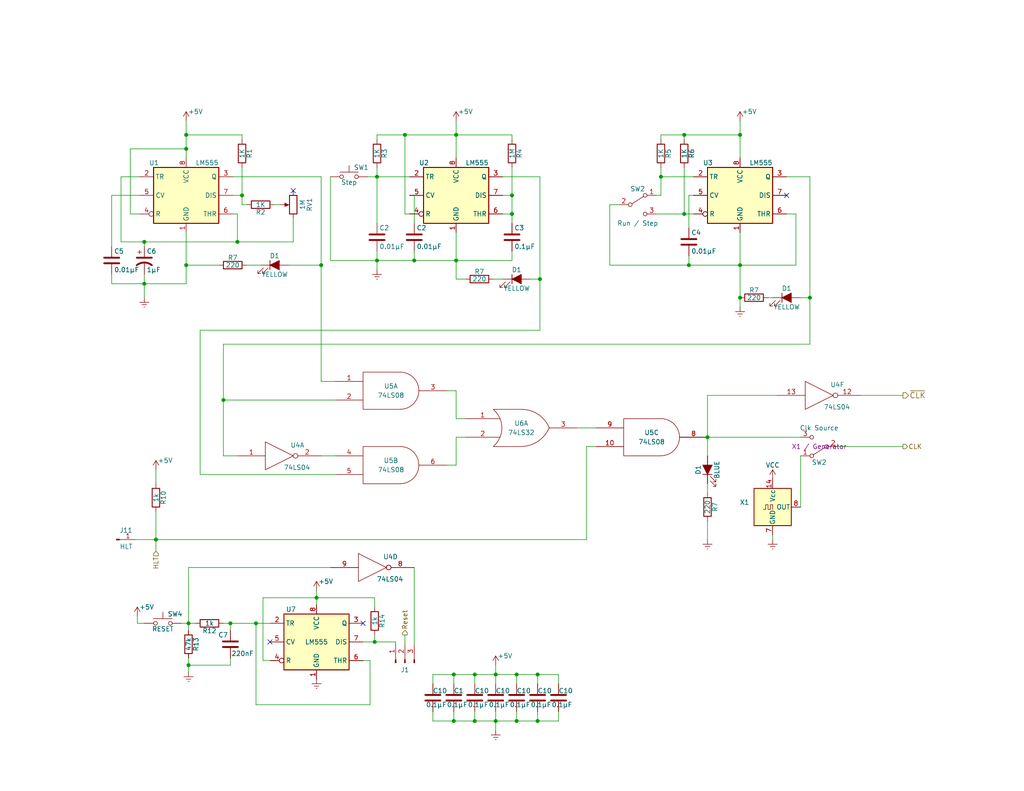
<source format=kicad_sch>
(kicad_sch (version 20231120) (generator "eeschema") (generator_version "8.0")
  (paper "USLetter")
  (lib_symbols
    (symbol "8bit-computer-rescue:74LS04-8bit-computer-rescue" (pin_names (offset 0.762))
      (property "Reference" "U" (at 4.953 2.921 0))
      (property "Value" "8bit-computer-rescue:74LS04" (at 4.826 -3.175 0))
      (symbol "74LS04-8bit-computer-rescue_0_0"
        (polyline (pts (xy -3.81 3.81) (xy -3.81 -3.81) (xy 3.81 0) (xy -3.81 3.81)))
        (pin power_in line (at -1.27 2.54 90) (length 0) hide (name "VCC") (number "14"))
        (pin power_in line (at -1.27 -2.54 90) (length 0) hide (name "GND") (number "7"))
      )
      (symbol "74LS04-8bit-computer-rescue_1_1"
        (pin input line (at -11.43 0 0) (length 7.62) (name "~") (number "1"))
        (pin output inverted (at 11.43 0 180) (length 7.62) (name "~") (number "2"))
      )
      (symbol "74LS04-8bit-computer-rescue_1_2"
        (pin input inverted (at -11.43 0 0) (length 7.62) (name "~") (number "1"))
        (pin output line (at 11.43 0 180) (length 7.62) (name "~") (number "2"))
      )
      (symbol "74LS04-8bit-computer-rescue_2_1"
        (pin input line (at -11.43 0 0) (length 7.62) (name "~") (number "3"))
        (pin output inverted (at 11.43 0 180) (length 7.62) (name "~") (number "4"))
      )
      (symbol "74LS04-8bit-computer-rescue_2_2"
        (pin input inverted (at -11.43 0 0) (length 7.62) (name "~") (number "3"))
        (pin output line (at 11.43 0 180) (length 7.62) (name "~") (number "4"))
      )
      (symbol "74LS04-8bit-computer-rescue_3_1"
        (pin input line (at -11.43 0 0) (length 7.62) (name "~") (number "5"))
        (pin output inverted (at 11.43 0 180) (length 7.62) (name "~") (number "6"))
      )
      (symbol "74LS04-8bit-computer-rescue_3_2"
        (pin input inverted (at -11.43 0 0) (length 7.62) (name "~") (number "5"))
        (pin output line (at 11.43 0 180) (length 7.62) (name "~") (number "6"))
      )
      (symbol "74LS04-8bit-computer-rescue_4_1"
        (pin output inverted (at 11.43 0 180) (length 7.62) (name "~") (number "8"))
        (pin input line (at -11.43 0 0) (length 7.62) (name "~") (number "9"))
      )
      (symbol "74LS04-8bit-computer-rescue_4_2"
        (pin output line (at 11.43 0 180) (length 7.62) (name "~") (number "8"))
        (pin input inverted (at -11.43 0 0) (length 7.62) (name "~") (number "9"))
      )
      (symbol "74LS04-8bit-computer-rescue_5_1"
        (pin output inverted (at 11.43 0 180) (length 7.62) (name "~") (number "10"))
        (pin input line (at -11.43 0 0) (length 7.62) (name "~") (number "11"))
      )
      (symbol "74LS04-8bit-computer-rescue_5_2"
        (pin output line (at 11.43 0 180) (length 7.62) (name "~") (number "10"))
        (pin input inverted (at -11.43 0 0) (length 7.62) (name "~") (number "11"))
      )
      (symbol "74LS04-8bit-computer-rescue_6_1"
        (pin output inverted (at 11.43 0 180) (length 7.62) (name "~") (number "12"))
        (pin input line (at -11.43 0 0) (length 7.62) (name "~") (number "13"))
      )
      (symbol "74LS04-8bit-computer-rescue_6_2"
        (pin output line (at 11.43 0 180) (length 7.62) (name "~") (number "12"))
        (pin input inverted (at -11.43 0 0) (length 7.62) (name "~") (number "13"))
      )
    )
    (symbol "8bit-computer-rescue:74LS08-8bit-computer-rescue" (pin_names (offset 0.762))
      (property "Reference" "U" (at 0 1.27 0))
      (property "Value" "8bit-computer-rescue:74LS08" (at 0 -1.27 0))
      (symbol "74LS08-8bit-computer-rescue_0_0"
        (pin power_in line (at -5.08 5.08 90) (length 0) hide (name "VCC") (number "14"))
        (pin power_in line (at -5.08 -5.08 90) (length 0) hide (name "GND") (number "7"))
      )
      (symbol "74LS08-8bit-computer-rescue_0_1"
        (polyline (pts (xy 2.54 5.08) (xy -7.62 5.08) (xy -7.62 -5.08) (xy 2.54 -5.08)))
        (arc (start 2.5654 -5.0546) (mid 7.5947 0.0001) (end 2.5654 5.08))
      )
      (symbol "74LS08-8bit-computer-rescue_0_2"
        (arc (start -7.62 -5.0292) (mid -5.3094 0.0082) (end -7.62 5.0546))
        (arc (start 0 -5.0546) (mid 4.5632 -3.6449) (end 7.5946 0.0508))
        (polyline (pts (xy -7.62 -5.08) (xy 0 -5.08)))
        (polyline (pts (xy -7.62 5.08) (xy 0 5.08)))
        (arc (start 7.62 0) (mid 4.6132 3.6946) (end 0.0508 5.08))
      )
      (symbol "74LS08-8bit-computer-rescue_1_1"
        (pin input line (at -15.24 2.54 0) (length 7.62) (name "~") (number "1"))
        (pin input line (at -15.24 -2.54 0) (length 7.62) (name "~") (number "2"))
        (pin output line (at 15.24 0 180) (length 7.62) (name "~") (number "3"))
      )
      (symbol "74LS08-8bit-computer-rescue_1_2"
        (pin input inverted (at -15.24 2.54 0) (length 9.398) (name "~") (number "1"))
        (pin input inverted (at -15.24 -2.54 0) (length 9.398) (name "~") (number "2"))
        (pin output inverted (at 15.24 0 180) (length 7.62) (name "~") (number "3"))
      )
      (symbol "74LS08-8bit-computer-rescue_2_1"
        (pin input line (at -15.24 2.54 0) (length 7.62) (name "~") (number "4"))
        (pin input line (at -15.24 -2.54 0) (length 7.62) (name "~") (number "5"))
        (pin output line (at 15.24 0 180) (length 7.62) (name "~") (number "6"))
      )
      (symbol "74LS08-8bit-computer-rescue_2_2"
        (pin input inverted (at -15.24 2.54 0) (length 9.398) (name "~") (number "4"))
        (pin input inverted (at -15.24 -2.54 0) (length 9.398) (name "~") (number "5"))
        (pin output inverted (at 15.24 0 180) (length 7.62) (name "~") (number "6"))
      )
      (symbol "74LS08-8bit-computer-rescue_3_1"
        (pin input line (at -15.24 -2.54 0) (length 7.62) (name "~") (number "10"))
        (pin output line (at 15.24 0 180) (length 7.62) (name "~") (number "8"))
        (pin input line (at -15.24 2.54 0) (length 7.62) (name "~") (number "9"))
      )
      (symbol "74LS08-8bit-computer-rescue_3_2"
        (pin input inverted (at -15.24 -2.54 0) (length 9.398) (name "~") (number "10"))
        (pin output inverted (at 15.24 0 180) (length 7.62) (name "~") (number "8"))
        (pin input inverted (at -15.24 2.54 0) (length 9.398) (name "~") (number "9"))
      )
      (symbol "74LS08-8bit-computer-rescue_4_1"
        (pin output line (at 15.24 0 180) (length 7.62) (name "~") (number "11"))
        (pin input line (at -15.24 2.54 0) (length 7.62) (name "~") (number "12"))
        (pin input line (at -15.24 -2.54 0) (length 7.62) (name "~") (number "13"))
      )
      (symbol "74LS08-8bit-computer-rescue_4_2"
        (pin output inverted (at 15.24 0 180) (length 7.62) (name "~") (number "11"))
        (pin input inverted (at -15.24 2.54 0) (length 9.398) (name "~") (number "12"))
        (pin input inverted (at -15.24 -2.54 0) (length 9.398) (name "~") (number "13"))
      )
    )
    (symbol "8bit-computer-rescue:74LS32-8bit-computer-rescue" (pin_names (offset 0.762))
      (property "Reference" "U" (at 0 1.27 0))
      (property "Value" "8bit-computer-rescue:74LS32" (at 0 -1.27 0))
      (symbol "74LS32-8bit-computer-rescue_0_0"
        (pin power_in line (at -5.08 5.08 90) (length 0) hide (name "VCC") (number "14"))
        (pin power_in line (at -5.08 -5.08 90) (length 0) hide (name "GND") (number "7"))
      )
      (symbol "74LS32-8bit-computer-rescue_0_1"
        (arc (start -7.62 -5.0292) (mid -5.3094 0.0082) (end -7.62 5.0546))
        (arc (start 0 -5.0546) (mid 4.5632 -3.6449) (end 7.5946 0.0508))
        (polyline (pts (xy -7.62 -5.08) (xy 0 -5.08)))
        (polyline (pts (xy -7.62 5.08) (xy 0 5.08)))
        (arc (start 7.62 0) (mid 4.6132 3.6946) (end 0.0508 5.08))
      )
      (symbol "74LS32-8bit-computer-rescue_0_2"
        (polyline (pts (xy 2.54 5.08) (xy -7.62 5.08) (xy -7.62 -5.08) (xy 2.54 -5.08)))
        (arc (start 2.5654 -5.0546) (mid 7.5947 0.0001) (end 2.5654 5.08))
      )
      (symbol "74LS32-8bit-computer-rescue_1_1"
        (pin input line (at -15.24 2.54 0) (length 9.398) (name "~") (number "1"))
        (pin input line (at -15.24 -2.54 0) (length 9.398) (name "~") (number "2"))
        (pin output line (at 15.24 0 180) (length 7.62) (name "~") (number "3"))
      )
      (symbol "74LS32-8bit-computer-rescue_1_2"
        (pin input inverted (at -15.24 2.54 0) (length 7.62) (name "~") (number "1"))
        (pin input inverted (at -15.24 -2.54 0) (length 7.62) (name "~") (number "2"))
        (pin output inverted (at 15.24 0 180) (length 7.62) (name "~") (number "3"))
      )
      (symbol "74LS32-8bit-computer-rescue_2_1"
        (pin input line (at -15.24 2.54 0) (length 9.398) (name "~") (number "4"))
        (pin input line (at -15.24 -2.54 0) (length 9.398) (name "~") (number "5"))
        (pin output line (at 15.24 0 180) (length 7.62) (name "~") (number "6"))
      )
      (symbol "74LS32-8bit-computer-rescue_2_2"
        (pin input inverted (at -15.24 2.54 0) (length 7.62) (name "~") (number "4"))
        (pin input inverted (at -15.24 -2.54 0) (length 7.62) (name "~") (number "5"))
        (pin output inverted (at 15.24 0 180) (length 7.62) (name "~") (number "6"))
      )
      (symbol "74LS32-8bit-computer-rescue_3_1"
        (pin input line (at -15.24 -2.54 0) (length 9.398) (name "~") (number "10"))
        (pin output line (at 15.24 0 180) (length 7.62) (name "~") (number "8"))
        (pin input line (at -15.24 2.54 0) (length 9.398) (name "~") (number "9"))
      )
      (symbol "74LS32-8bit-computer-rescue_3_2"
        (pin input inverted (at -15.24 -2.54 0) (length 7.62) (name "~") (number "10"))
        (pin output inverted (at 15.24 0 180) (length 7.62) (name "~") (number "8"))
        (pin input inverted (at -15.24 2.54 0) (length 7.62) (name "~") (number "9"))
      )
      (symbol "74LS32-8bit-computer-rescue_4_1"
        (pin output line (at 15.24 0 180) (length 7.62) (name "~") (number "11"))
        (pin input line (at -15.24 2.54 0) (length 9.398) (name "~") (number "12"))
        (pin input line (at -15.24 -2.54 0) (length 9.398) (name "~") (number "13"))
      )
      (symbol "74LS32-8bit-computer-rescue_4_2"
        (pin output inverted (at 15.24 0 180) (length 7.62) (name "~") (number "11"))
        (pin input inverted (at -15.24 2.54 0) (length 7.62) (name "~") (number "12"))
        (pin input inverted (at -15.24 -2.54 0) (length 7.62) (name "~") (number "13"))
      )
    )
    (symbol "8bit-computer-rescue:CP1-Device" (pin_numbers hide) (pin_names (offset 0.254) hide)
      (property "Reference" "C" (at 0.635 2.54 0))
      (property "Value" "Device:CP1" (at 0.635 -2.54 0))
      (symbol "CP1-Device_0_1"
        (polyline (pts (xy -2.032 0.762) (xy 2.032 0.762)) (stroke (width 0.508)))
        (polyline (pts (xy -1.778 2.286) (xy -0.762 2.286)))
        (polyline (pts (xy -1.27 1.778) (xy -1.27 2.794)))
        (arc (start 2.032 -1.27) (mid 0 -0.5572) (end -2.032 -1.27) (stroke (width 0.508)))
      )
      (symbol "CP1-Device_1_1"
        (pin passive line (at 0 3.81 270) (length 2.794) (name "~") (number "1"))
        (pin passive line (at 0 -3.81 90) (length 3.302) (name "~") (number "2"))
      )
    )
    (symbol "8bit-computer-rescue:LED_ALT-Device" (pin_numbers hide) (pin_names (offset 1.016) hide)
      (property "Reference" "D" (at 0 2.54 0))
      (property "Value" "Device:LED_ALT" (at 0 -2.54 0))
      (symbol "LED_ALT-Device_0_1"
        (polyline (pts (xy -1.27 -1.27) (xy -1.27 1.27)) (stroke (width 0.2032)))
        (polyline (pts (xy -1.27 0) (xy 1.27 0)))
        (polyline (pts (xy 1.27 -1.27) (xy 1.27 1.27) (xy -1.27 0) (xy 1.27 -1.27)) (stroke (width 0.2032)) (fill (type outline)))
        (polyline (pts (xy -3.048 -0.762) (xy -4.572 -2.286) (xy -3.81 -2.286) (xy -4.572 -2.286) (xy -4.572 -1.524)))
        (polyline (pts (xy -1.778 -0.762) (xy -3.302 -2.286) (xy -2.54 -2.286) (xy -3.302 -2.286) (xy -3.302 -1.524)))
      )
      (symbol "LED_ALT-Device_1_1"
        (pin passive line (at -3.81 0 0) (length 2.54) (name "K") (number "1"))
        (pin passive line (at 3.81 0 180) (length 2.54) (name "A") (number "2"))
      )
    )
    (symbol "8bit-computer-rescue:LM555-8bit-computer-rescue"
      (property "Reference" "U" (at -10.16 8.89 0))
      (property "Value" "8bit-computer-rescue:LM555" (at 2.54 8.89 0))
      (symbol "LM555-8bit-computer-rescue_0_0"
        (pin power_in line (at 0 -10.16 90) (length 2.54) (name "GND") (number "1"))
        (pin power_in line (at 0 10.16 270) (length 2.54) (name "VCC") (number "8"))
      )
      (symbol "LM555-8bit-computer-rescue_0_1"
        (rectangle (start -8.89 -7.62) (end 8.89 7.62) (stroke (width 0.254)) (fill (type background)))
        (rectangle (start -8.89 -7.62) (end 8.89 7.62) (stroke (width 0.254)) (fill (type background)))
      )
      (symbol "LM555-8bit-computer-rescue_1_1"
        (pin input line (at -12.7 5.08 0) (length 3.81) (name "TR") (number "2"))
        (pin output line (at 12.7 5.08 180) (length 3.81) (name "Q") (number "3"))
        (pin input inverted (at -12.7 -5.08 0) (length 3.81) (name "R") (number "4"))
        (pin input line (at -12.7 0 0) (length 3.81) (name "CV") (number "5"))
        (pin input line (at 12.7 -5.08 180) (length 3.81) (name "THR") (number "6"))
        (pin input line (at 12.7 0 180) (length 3.81) (name "DIS") (number "7"))
      )
    )
    (symbol "8bit-computer-rescue:POT-8bit-computer-rescue" (pin_numbers hide) (pin_names (offset 1.016) hide)
      (property "Reference" "RV" (at -4.445 0 90))
      (property "Value" "8bit-computer-rescue:POT" (at -2.54 0 90))
      (symbol "POT-8bit-computer-rescue_0_1"
        (polyline (pts (xy 2.54 0) (xy 1.524 0)))
        (polyline (pts (xy 1.143 0) (xy 2.286 0.508) (xy 2.286 -0.508)) (fill (type outline)))
        (rectangle (start 1.016 2.54) (end -1.016 -2.54) (stroke (width 0.254)))
      )
      (symbol "POT-8bit-computer-rescue_1_1"
        (pin passive line (at 0 3.81 270) (length 1.27) (name "1") (number "1"))
        (pin passive line (at 3.81 0 180) (length 1.27) (name "2") (number "2"))
        (pin passive line (at 0 -3.81 90) (length 1.27) (name "3") (number "3"))
      )
    )
    (symbol "8bit-computer-rescue:SW_Push-8bit-computer-rescue" (pin_numbers hide) (pin_names (offset 1.016) hide)
      (property "Reference" "SW" (at 1.27 2.54 0))
      (property "Value" "8bit-computer-rescue:SW_Push" (at 0 -1.524 0))
      (symbol "SW_Push-8bit-computer-rescue_0_1"
        (circle (center -2.032 0) (radius 0.508))
        (polyline (pts (xy 0 1.27) (xy 0 3.048)))
        (polyline (pts (xy 2.54 1.27) (xy -2.54 1.27)))
        (circle (center 2.032 0) (radius 0.508))
        (pin passive line (at -5.08 0 0) (length 2.54) (name "1") (number "1"))
        (pin passive line (at 5.08 0 180) (length 2.54) (name "2") (number "2"))
      )
    )
    (symbol "8bit-computer-rescue:SW_SPDT-8bit-computer-rescue" (pin_names (offset 0) hide)
      (property "Reference" "SW" (at 0 4.318 0))
      (property "Value" "8bit-computer-rescue:SW_SPDT" (at 0 -5.08 0))
      (symbol "SW_SPDT-8bit-computer-rescue_0_0"
        (circle (center -2.032 0) (radius 0.508))
        (circle (center 2.032 -2.54) (radius 0.508))
      )
      (symbol "SW_SPDT-8bit-computer-rescue_0_1"
        (polyline (pts (xy -1.524 0.254) (xy 1.651 2.286)))
        (circle (center 2.032 2.54) (radius 0.508))
      )
      (symbol "SW_SPDT-8bit-computer-rescue_1_1"
        (pin passive line (at 5.08 2.54 180) (length 2.54) (name "A") (number "1"))
        (pin passive line (at -5.08 0 0) (length 2.54) (name "B") (number "2"))
        (pin passive line (at 5.08 -2.54 180) (length 2.54) (name "C") (number "3"))
      )
    )
    (symbol "BE6502-SBC-rescue:LM555-linear"
      (property "Reference" "U" (at -10.16 8.89 0))
      (property "Value" "LM555-linear" (at 2.54 8.89 0))
      (symbol "LM555-linear_0_0"
        (pin power_in line (at 0 -10.16 90) (length 2.54) (name "GND") (number "1"))
        (pin power_in line (at 0 10.16 270) (length 2.54) (name "VCC") (number "8"))
      )
      (symbol "LM555-linear_0_1"
        (rectangle (start -8.89 -7.62) (end 8.89 7.62) (stroke (width 0.254)) (fill (type background)))
        (rectangle (start -8.89 -7.62) (end 8.89 7.62) (stroke (width 0.254)) (fill (type background)))
      )
      (symbol "LM555-linear_1_1"
        (pin input line (at -12.7 5.08 0) (length 3.81) (name "TR") (number "2"))
        (pin output line (at 12.7 5.08 180) (length 3.81) (name "Q") (number "3"))
        (pin input inverted (at -12.7 -5.08 0) (length 3.81) (name "R") (number "4"))
        (pin input line (at -12.7 0 0) (length 3.81) (name "CV") (number "5"))
        (pin input line (at 12.7 -5.08 180) (length 3.81) (name "THR") (number "6"))
        (pin input line (at 12.7 0 180) (length 3.81) (name "DIS") (number "7"))
      )
    )
    (symbol "BE6502-SBC-rescue:SW_Push-switches" (pin_numbers hide) (pin_names (offset 1.016) hide)
      (property "Reference" "SW" (at 1.27 2.54 0))
      (property "Value" "SW_Push-switches" (at 0 -1.524 0))
      (symbol "SW_Push-switches_0_1"
        (circle (center -2.032 0) (radius 0.508))
        (polyline (pts (xy 0 1.27) (xy 0 3.048)))
        (polyline (pts (xy 2.54 1.27) (xy -2.54 1.27)))
        (circle (center 2.032 0) (radius 0.508))
        (pin passive line (at -5.08 0 0) (length 2.54) (name "1") (number "1"))
        (pin passive line (at 5.08 0 180) (length 2.54) (name "2") (number "2"))
      )
    )
    (symbol "Connector:Conn_01x01_Pin" (pin_names (offset 1.016) hide)
      (property "Reference" "J" (at 0 2.54 0))
      (property "Value" "Conn_01x01_Pin" (at 0 -2.54 0))
      (symbol "Conn_01x01_Pin_1_1"
        (polyline (pts (xy 1.27 0) (xy 0.8636 0)) (stroke (width 0.1524)))
        (rectangle (start 0.8636 0.127) (end 0 -0.127) (stroke (width 0.1524)) (fill (type outline)))
        (pin passive line (at 5.08 0 180) (length 3.81) (name "Pin_1") (number "1"))
      )
    )
    (symbol "Connector:Conn_01x03_Pin" (pin_names (offset 1.016) hide)
      (property "Reference" "J" (at 0 5.08 0))
      (property "Value" "Conn_01x03_Pin" (at 0 -5.08 0))
      (symbol "Conn_01x03_Pin_1_1"
        (polyline (pts (xy 1.27 -2.54) (xy 0.8636 -2.54)) (stroke (width 0.1524)))
        (polyline (pts (xy 1.27 0) (xy 0.8636 0)) (stroke (width 0.1524)))
        (polyline (pts (xy 1.27 2.54) (xy 0.8636 2.54)) (stroke (width 0.1524)))
        (rectangle (start 0.8636 -2.413) (end 0 -2.667) (stroke (width 0.1524)) (fill (type outline)))
        (rectangle (start 0.8636 0.127) (end 0 -0.127) (stroke (width 0.1524)) (fill (type outline)))
        (rectangle (start 0.8636 2.667) (end 0 2.413) (stroke (width 0.1524)) (fill (type outline)))
        (pin passive line (at 5.08 2.54 180) (length 3.81) (name "Pin_1") (number "1"))
        (pin passive line (at 5.08 0 180) (length 3.81) (name "Pin_2") (number "2"))
        (pin passive line (at 5.08 -2.54 180) (length 3.81) (name "Pin_3") (number "3"))
      )
    )
    (symbol "Device:C" (pin_numbers hide) (pin_names (offset 0.254))
      (property "Reference" "C" (at 0.635 2.54 0))
      (property "Value" "C" (at 0.635 -2.54 0))
      (symbol "C_0_1"
        (polyline (pts (xy -2.032 -0.762) (xy 2.032 -0.762)) (stroke (width 0.508)))
        (polyline (pts (xy -2.032 0.762) (xy 2.032 0.762)) (stroke (width 0.508)))
      )
      (symbol "C_1_1"
        (pin passive line (at 0 3.81 270) (length 2.794) (name "~") (number "1"))
        (pin passive line (at 0 -3.81 90) (length 2.794) (name "~") (number "2"))
      )
    )
    (symbol "Device:R" (pin_numbers hide) (pin_names (offset 0))
      (property "Reference" "R" (at 2.032 0 90))
      (property "Value" "R" (at 0 0 90))
      (symbol "R_0_1"
        (rectangle (start -1.016 -2.54) (end 1.016 2.54) (stroke (width 0.254)))
      )
      (symbol "R_1_1"
        (pin passive line (at 0 3.81 270) (length 1.27) (name "~") (number "1"))
        (pin passive line (at 0 -3.81 90) (length 1.27) (name "~") (number "2"))
      )
    )
    (symbol "Oscillator:ACO-xxxMHz" (pin_names (offset 0.254))
      (property "Reference" "X" (at -5.08 6.35 0))
      (property "Value" "ACO-xxxMHz" (at 1.27 -6.35 0))
      (symbol "ACO-xxxMHz_0_1"
        (rectangle (start -5.08 5.08) (end 5.08 -5.08) (stroke (width 0.254)) (fill (type background)))
        (polyline (pts (xy -2.54 -0.635) (xy -1.905 -0.635) (xy -1.905 0.635) (xy -1.27 0.635) (xy -1.27 -0.635) (xy -0.635 -0.635) (xy -0.635 0.635) (xy 0 0.635) (xy 0 -0.635)))
      )
      (symbol "ACO-xxxMHz_1_1"
        (pin no_connect line (at -5.08 2.54 0) (length 2.54) hide (name "NC") (number "1"))
        (pin power_in line (at 0 7.62 270) (length 2.54) (name "Vcc") (number "14"))
        (pin power_in line (at 0 -7.62 90) (length 2.54) (name "GND") (number "7"))
        (pin output line (at 7.62 0 180) (length 2.54) (name "OUT") (number "8"))
      )
    )
    (symbol "power:+5V" (power) (pin_names (offset 0))
      (property "Value" "+5V" (at 0 3.556 0))
      (symbol "+5V_0_1"
        (polyline (pts (xy -0.762 1.27) (xy 0 2.54)))
        (polyline (pts (xy 0 0) (xy 0 2.54)))
        (polyline (pts (xy 0 2.54) (xy 0.762 1.27)))
      )
      (symbol "+5V_1_1"
        (pin power_in line (at 0 0 90) (length 0) hide (name "+5V") (number "1"))
      )
    )
    (symbol "power:Earth" (power) (pin_names (offset 0))
      (symbol "Earth_0_1"
        (polyline (pts (xy -0.635 -1.905) (xy 0.635 -1.905)))
        (polyline (pts (xy -0.127 -2.54) (xy 0.127 -2.54)))
        (polyline (pts (xy 0 -1.27) (xy 0 0)))
        (polyline (pts (xy 1.27 -1.27) (xy -1.27 -1.27)))
      )
      (symbol "Earth_1_1"
        (pin power_in line (at 0 0 270) (length 0) hide (name "Earth") (number "1"))
      )
    )
    (symbol "power:VCC" (power) (pin_names (offset 0))
      (property "Value" "VCC" (at 0 3.81 0))
      (symbol "VCC_0_1"
        (polyline (pts (xy -0.762 1.27) (xy 0 2.54)))
        (polyline (pts (xy 0 0) (xy 0 2.54)))
        (polyline (pts (xy 0 2.54) (xy 0.762 1.27)))
      )
      (symbol "VCC_1_1"
        (pin power_in line (at 0 0 90) (length 0) hide (name "VCC") (number "1"))
      )
    )
  )
  (junction (at 123.825 184.15))
  (junction (at 39.37 77.47))
  (junction (at 186.69 58.42))
  (junction (at 50.8 72.39))
  (junction (at 50.8 36.83))
  (junction (at 129.54 184.15))
  (junction (at 102.87 48.26))
  (junction (at 129.54 196.85))
  (junction (at 220.98 81.28))
  (junction (at 139.7 53.34))
  (junction (at 69.85 170.18))
  (junction (at 39.37 66.04))
  (junction (at 62.865 170.18))
  (junction (at 42.545 147.32))
  (junction (at 201.93 72.39))
  (junction (at 135.255 196.85))
  (junction (at 51.435 170.18))
  (junction (at 124.46 36.83))
  (junction (at 193.04 119.38))
  (junction (at 87.63 72.39))
  (junction (at 66.04 53.34))
  (junction (at 146.685 196.85))
  (junction (at 135.255 184.15))
  (junction (at 140.97 196.85))
  (junction (at 51.435 181.61))
  (junction (at 201.93 81.28))
  (junction (at 180.34 48.26))
  (junction (at 86.36 163.195))
  (junction (at 186.69 36.83))
  (junction (at 123.825 196.85))
  (junction (at 102.87 71.12))
  (junction (at 64.77 66.04))
  (junction (at 110.49 36.83))
  (junction (at 146.685 184.15))
  (junction (at 201.93 36.83))
  (junction (at 50.8 40.64))
  (junction (at 113.03 71.12))
  (junction (at 187.96 72.39))
  (junction (at 147.32 76.2))
  (junction (at 140.97 184.15))
  (junction (at 102.235 175.26))
  (junction (at 60.96 109.22))
  (junction (at 139.7 58.42))
  (junction (at 124.46 71.12))
  (no_connect (at 73.66 175.26))
  (no_connect (at 80.01 52.07))
  (no_connect (at 214.63 53.34))
  (no_connect (at 99.06 170.18))
  (wire (pts (xy 49.53 170.18) (xy 51.435 170.18)))
  (wire (pts (xy 30.48 74.93) (xy 30.48 77.47)))
  (wire (pts (xy 66.04 55.88) (xy 67.31 55.88)))
  (wire (pts (xy 201.93 81.28) (xy 201.93 83.82)))
  (wire (pts (xy 139.7 53.34) (xy 139.7 58.42)))
  (wire (pts (xy 187.96 69.85) (xy 187.96 72.39)))
  (wire (pts (xy 146.685 196.85) (xy 140.97 196.85)))
  (wire (pts (xy 42.545 147.32) (xy 160.02 147.32)))
  (wire (pts (xy 140.97 196.85) (xy 135.255 196.85)))
  (wire (pts (xy 201.93 72.39) (xy 201.93 81.28)))
  (wire (pts (xy 140.97 194.31) (xy 140.97 196.85)))
  (wire (pts (xy 51.435 154.94) (xy 51.435 170.18)))
  (wire (pts (xy 157.48 116.84) (xy 162.56 116.84)))
  (wire (pts (xy 180.34 48.26) (xy 189.23 48.26)))
  (wire (pts (xy 124.46 114.3) (xy 127 114.3)))
  (wire (pts (xy 186.69 58.42) (xy 189.23 58.42)))
  (wire (pts (xy 110.49 36.83) (xy 124.46 36.83)))
  (wire (pts (xy 152.4 186.69) (xy 152.4 184.15)))
  (wire (pts (xy 137.16 53.34) (xy 139.7 53.34)))
  (wire (pts (xy 201.93 63.5) (xy 201.93 72.39)))
  (wire (pts (xy 107.95 175.895) (xy 107.95 175.26)))
  (wire (pts (xy 160.02 121.92) (xy 162.56 121.92)))
  (wire (pts (xy 60.96 109.22) (xy 91.44 109.22)))
  (wire (pts (xy 64.77 58.42) (xy 63.5 58.42)))
  (wire (pts (xy 39.37 77.47) (xy 50.8 77.47)))
  (wire (pts (xy 35.56 58.42) (xy 35.56 40.64)))
  (wire (pts (xy 152.4 184.15) (xy 146.685 184.15)))
  (wire (pts (xy 140.97 184.15) (xy 146.685 184.15)))
  (wire (pts (xy 51.435 179.705) (xy 51.435 181.61)))
  (wire (pts (xy 110.49 58.42) (xy 110.49 36.83)))
  (wire (pts (xy 124.46 33.02) (xy 124.46 36.83)))
  (wire (pts (xy 118.11 184.15) (xy 123.825 184.15)))
  (wire (pts (xy 201.93 72.39) (xy 217.17 72.39)))
  (wire (pts (xy 99.06 175.26) (xy 102.235 175.26)))
  (wire (pts (xy 71.755 180.34) (xy 71.755 163.195)))
  (wire (pts (xy 135.255 194.31) (xy 135.255 196.85)))
  (wire (pts (xy 102.87 71.12) (xy 102.87 73.66)))
  (wire (pts (xy 129.54 194.31) (xy 129.54 196.85)))
  (wire (pts (xy 124.46 127) (xy 121.92 127)))
  (wire (pts (xy 74.93 55.88) (xy 76.2 55.88)))
  (wire (pts (xy 121.92 106.68) (xy 124.46 106.68)))
  (wire (pts (xy 113.03 53.34) (xy 113.03 60.96)))
  (wire (pts (xy 37.465 170.18) (xy 37.465 168.275)))
  (wire (pts (xy 139.7 45.72) (xy 139.7 53.34)))
  (wire (pts (xy 50.8 33.02) (xy 50.8 36.83)))
  (wire (pts (xy 30.48 77.47) (xy 39.37 77.47)))
  (wire (pts (xy 100.965 180.34) (xy 99.06 180.34)))
  (wire (pts (xy 51.435 154.94) (xy 90.17 154.94)))
  (wire (pts (xy 193.04 132.08) (xy 193.04 134.62)))
  (wire (pts (xy 127 119.38) (xy 124.46 119.38)))
  (wire (pts (xy 220.98 48.26) (xy 214.63 48.26)))
  (wire (pts (xy 90.17 48.26) (xy 90.17 71.12)))
  (wire (pts (xy 113.03 154.94) (xy 113.03 175.895)))
  (wire (pts (xy 51.435 181.61) (xy 51.435 183.515)))
  (wire (pts (xy 118.11 194.31) (xy 118.11 196.85)))
  (wire (pts (xy 193.04 107.95) (xy 193.04 119.38)))
  (wire (pts (xy 39.37 77.47) (xy 39.37 81.28)))
  (wire (pts (xy 124.46 119.38) (xy 124.46 127)))
  (wire (pts (xy 38.1 53.34) (xy 30.48 53.34)))
  (wire (pts (xy 102.87 36.83) (xy 110.49 36.83)))
  (wire (pts (xy 201.93 33.02) (xy 201.93 36.83)))
  (wire (pts (xy 123.825 194.31) (xy 123.825 196.85)))
  (wire (pts (xy 102.235 173.355) (xy 102.235 175.26)))
  (wire (pts (xy 33.02 66.04) (xy 39.37 66.04)))
  (wire (pts (xy 50.8 72.39) (xy 59.69 72.39)))
  (wire (pts (xy 166.37 55.88) (xy 166.37 72.39)))
  (wire (pts (xy 113.03 53.34) (xy 111.76 53.34)))
  (wire (pts (xy 179.07 58.42) (xy 186.69 58.42)))
  (wire (pts (xy 86.36 163.195) (xy 102.235 163.195)))
  (wire (pts (xy 124.46 71.12) (xy 124.46 63.5)))
  (wire (pts (xy 51.435 181.61) (xy 62.865 181.61)))
  (wire (pts (xy 193.04 119.38) (xy 193.04 124.46)))
  (wire (pts (xy 66.04 36.83) (xy 50.8 36.83)))
  (wire (pts (xy 63.5 48.26) (xy 87.63 48.26)))
  (wire (pts (xy 146.685 186.69) (xy 146.685 184.15)))
  (wire (pts (xy 87.63 48.26) (xy 87.63 72.39)))
  (wire (pts (xy 218.44 124.46) (xy 218.44 138.43)))
  (wire (pts (xy 135.255 184.15) (xy 129.54 184.15)))
  (wire (pts (xy 160.02 147.32) (xy 160.02 121.92)))
  (wire (pts (xy 63.5 53.34) (xy 66.04 53.34)))
  (wire (pts (xy 62.865 181.61) (xy 62.865 179.705)))
  (wire (pts (xy 139.7 71.12) (xy 139.7 68.58)))
  (wire (pts (xy 69.85 170.18) (xy 69.85 192.405)))
  (wire (pts (xy 107.95 175.26) (xy 102.235 175.26)))
  (wire (pts (xy 54.61 129.54) (xy 91.44 129.54)))
  (wire (pts (xy 100.965 192.405) (xy 100.965 180.34)))
  (wire (pts (xy 144.78 76.2) (xy 147.32 76.2)))
  (wire (pts (xy 124.46 36.83) (xy 139.7 36.83)))
  (wire (pts (xy 39.37 74.93) (xy 39.37 77.47)))
  (wire (pts (xy 39.37 170.18) (xy 37.465 170.18)))
  (wire (pts (xy 147.32 48.26) (xy 147.32 76.2)))
  (wire (pts (xy 193.04 119.38) (xy 218.44 119.38)))
  (wire (pts (xy 113.03 71.12) (xy 124.46 71.12)))
  (wire (pts (xy 86.36 165.1) (xy 86.36 163.195)))
  (wire (pts (xy 67.31 72.39) (xy 71.12 72.39)))
  (wire (pts (xy 102.87 48.26) (xy 102.87 60.96)))
  (wire (pts (xy 38.1 48.26) (xy 33.02 48.26)))
  (wire (pts (xy 147.32 76.2) (xy 147.32 90.17)))
  (wire (pts (xy 124.46 71.12) (xy 139.7 71.12)))
  (wire (pts (xy 66.04 45.72) (xy 66.04 53.34)))
  (wire (pts (xy 102.87 45.72) (xy 102.87 48.26)))
  (wire (pts (xy 139.7 58.42) (xy 137.16 58.42)))
  (wire (pts (xy 60.96 170.18) (xy 62.865 170.18)))
  (wire (pts (xy 152.4 194.31) (xy 152.4 196.85)))
  (wire (pts (xy 73.66 170.18) (xy 69.85 170.18)))
  (wire (pts (xy 35.56 40.64) (xy 50.8 40.64)))
  (wire (pts (xy 78.74 72.39) (xy 87.63 72.39)))
  (wire (pts (xy 180.34 53.34) (xy 179.07 53.34)))
  (wire (pts (xy 54.61 90.17) (xy 54.61 129.54)))
  (wire (pts (xy 50.8 72.39) (xy 50.8 63.5)))
  (wire (pts (xy 38.1 58.42) (xy 35.56 58.42)))
  (wire (pts (xy 127 76.2) (xy 124.46 76.2)))
  (wire (pts (xy 124.46 106.68) (xy 124.46 114.3)))
  (wire (pts (xy 51.435 170.18) (xy 53.34 170.18)))
  (wire (pts (xy 217.17 58.42) (xy 214.63 58.42)))
  (wire (pts (xy 228.6 121.92) (xy 246.38 121.92)))
  (wire (pts (xy 110.49 173.355) (xy 110.49 175.895)))
  (wire (pts (xy 139.7 58.42) (xy 139.7 60.96)))
  (wire (pts (xy 90.17 71.12) (xy 102.87 71.12)))
  (wire (pts (xy 66.04 53.34) (xy 66.04 55.88)))
  (wire (pts (xy 186.69 45.72) (xy 186.69 58.42)))
  (wire (pts (xy 64.77 66.04) (xy 80.01 66.04)))
  (wire (pts (xy 187.96 53.34) (xy 187.96 62.23)))
  (wire (pts (xy 139.7 36.83) (xy 139.7 38.1)))
  (wire (pts (xy 140.97 186.69) (xy 140.97 184.15)))
  (wire (pts (xy 66.04 38.1) (xy 66.04 36.83)))
  (wire (pts (xy 209.55 81.28) (xy 210.82 81.28)))
  (wire (pts (xy 102.87 71.12) (xy 113.03 71.12)))
  (wire (pts (xy 51.435 172.085) (xy 51.435 170.18)))
  (wire (pts (xy 147.32 90.17) (xy 54.61 90.17)))
  (wire (pts (xy 36.83 147.32) (xy 42.545 147.32)))
  (wire (pts (xy 166.37 72.39) (xy 187.96 72.39)))
  (wire (pts (xy 187.96 72.39) (xy 201.93 72.39)))
  (wire (pts (xy 135.255 199.39) (xy 135.255 196.85)))
  (wire (pts (xy 134.62 76.2) (xy 137.16 76.2)))
  (wire (pts (xy 69.85 192.405) (xy 100.965 192.405)))
  (wire (pts (xy 189.23 53.34) (xy 187.96 53.34)))
  (wire (pts (xy 218.44 81.28) (xy 220.98 81.28)))
  (wire (pts (xy 118.11 186.69) (xy 118.11 184.15)))
  (wire (pts (xy 201.93 36.83) (xy 201.93 43.18)))
  (wire (pts (xy 42.545 147.32) (xy 42.545 150.495)))
  (wire (pts (xy 87.63 124.46) (xy 91.44 124.46)))
  (wire (pts (xy 71.755 180.34) (xy 73.66 180.34)))
  (wire (pts (xy 87.63 72.39) (xy 87.63 104.14)))
  (wire (pts (xy 80.01 66.04) (xy 80.01 59.69)))
  (wire (pts (xy 124.46 76.2) (xy 124.46 71.12)))
  (wire (pts (xy 180.34 36.83) (xy 186.69 36.83)))
  (wire (pts (xy 102.87 68.58) (xy 102.87 71.12)))
  (wire (pts (xy 123.825 184.15) (xy 129.54 184.15)))
  (wire (pts (xy 71.755 163.195) (xy 86.36 163.195)))
  (wire (pts (xy 135.255 184.15) (xy 140.97 184.15)))
  (wire (pts (xy 180.34 38.1) (xy 180.34 36.83)))
  (wire (pts (xy 86.36 163.195) (xy 86.36 161.29)))
  (wire (pts (xy 193.04 142.24) (xy 193.04 147.32)))
  (wire (pts (xy 42.545 139.7) (xy 42.545 147.32)))
  (wire (pts (xy 137.16 48.26) (xy 147.32 48.26)))
  (wire (pts (xy 193.04 107.95) (xy 212.09 107.95)))
  (wire (pts (xy 33.02 48.26) (xy 33.02 66.04)))
  (wire (pts (xy 60.96 124.46) (xy 64.77 124.46)))
  (wire (pts (xy 60.96 93.98) (xy 220.98 93.98)))
  (wire (pts (xy 220.98 81.28) (xy 220.98 48.26)))
  (wire (pts (xy 186.69 38.1) (xy 186.69 36.83)))
  (wire (pts (xy 180.34 45.72) (xy 180.34 48.26)))
  (wire (pts (xy 129.54 186.69) (xy 129.54 184.15)))
  (wire (pts (xy 152.4 196.85) (xy 146.685 196.85)))
  (wire (pts (xy 110.49 58.42) (xy 111.76 58.42)))
  (wire (pts (xy 123.825 184.15) (xy 123.825 186.69)))
  (wire (pts (xy 42.545 128.27) (xy 42.545 132.08)))
  (wire (pts (xy 39.37 66.04) (xy 64.77 66.04)))
  (wire (pts (xy 60.96 109.22) (xy 60.96 124.46)))
  (wire (pts (xy 50.8 36.83) (xy 50.8 40.64)))
  (wire (pts (xy 123.825 196.85) (xy 129.54 196.85)))
  (wire (pts (xy 50.8 40.64) (xy 50.8 43.18)))
  (wire (pts (xy 100.33 48.26) (xy 102.87 48.26)))
  (wire (pts (xy 118.11 196.85) (xy 123.825 196.85)))
  (wire (pts (xy 87.63 104.14) (xy 91.44 104.14)))
  (wire (pts (xy 102.87 48.26) (xy 111.76 48.26)))
  (wire (pts (xy 124.46 36.83) (xy 124.46 43.18)))
  (wire (pts (xy 62.865 170.18) (xy 69.85 170.18)))
  (wire (pts (xy 246.38 107.95) (xy 234.95 107.95)))
  (wire (pts (xy 113.03 68.58) (xy 113.03 71.12)))
  (wire (pts (xy 180.34 48.26) (xy 180.34 53.34)))
  (wire (pts (xy 30.48 53.34) (xy 30.48 67.31)))
  (wire (pts (xy 135.255 186.69) (xy 135.255 184.15)))
  (wire (pts (xy 62.865 172.085) (xy 62.865 170.18)))
  (wire (pts (xy 217.17 72.39) (xy 217.17 58.42)))
  (wire (pts (xy 102.235 163.195) (xy 102.235 165.735)))
  (wire (pts (xy 186.69 36.83) (xy 201.93 36.83)))
  (wire (pts (xy 210.82 146.05) (xy 210.82 147.32)))
  (wire (pts (xy 102.87 36.83) (xy 102.87 38.1)))
  (wire (pts (xy 135.255 184.15) (xy 135.255 181.61)))
  (wire (pts (xy 146.685 194.31) (xy 146.685 196.85)))
  (wire (pts (xy 64.77 66.04) (xy 64.77 58.42)))
  (wire (pts (xy 135.255 196.85) (xy 129.54 196.85)))
  (wire (pts (xy 39.37 66.04) (xy 39.37 67.31)))
  (wire (pts (xy 50.8 77.47) (xy 50.8 72.39)))
  (wire (pts (xy 60.96 93.98) (xy 60.96 109.22)))
  (wire (pts (xy 168.91 55.88) (xy 166.37 55.88)))
  (wire (pts (xy 220.98 93.98) (xy 220.98 81.28)))
  (hierarchical_label "~{CLK}" (shape output) (at 246.38 107.95 0) (effects (font (size 1.524 1.524))))
  (hierarchical_label "CLK" (shape output) (at 246.38 121.92 0))
  (hierarchical_label "Reset" (shape output) (at 110.49 173.355 90))
  (hierarchical_label "HLT" (shape input) (at 42.545 150.495 270))
  (symbol (lib_id "8bit-computer-rescue:LM555-8bit-computer-rescue") (at 50.8 53.34 0) (unit 1)
    (property "Reference" "U1" (at 40.64 44.45 0) (effects (justify left)))
    (property "Value" "LM555" (at 53.34 44.45 0) (effects (justify left)))
    (property "Footprint" "Package_DIP:DIP-8_W7.62mm" (effects (hide yes)))
  )
  (symbol (lib_id "Device:R") (at 66.04 41.91 0) (unit 1)
    (property "Reference" "R1" (at 68.072 41.91 90))
    (property "Value" "1K" (at 66.04 41.91 90))
    (property "Footprint" "Resistor_THT:R_Axial_DIN0207_L6.3mm_D2.5mm_P7.62mm_Horizontal" (effects (hide yes)))
  )
  (symbol (lib_id "Device:R") (at 102.87 41.91 0) (unit 1)
    (property "Reference" "R3" (at 104.902 41.91 90))
    (property "Value" "1K" (at 102.87 41.91 90))
    (property "Footprint" "Resistor_THT:R_Axial_DIN0207_L6.3mm_D2.5mm_P7.62mm_Horizontal" (effects (hide yes)))
    (instances (project "8bit-computer" (path "" (reference "R3") (unit 1))) (project "BenEater-6502" (path "" (reference "R4") (unit 1))))
  )
  (symbol (lib_id "Device:R") (at 186.69 41.91 0) (unit 1)
    (property "Reference" "R6" (at 188.722 41.91 90))
    (property "Value" "1K" (at 186.69 41.91 90))
    (property "Footprint" "Resistor_THT:R_Axial_DIN0207_L6.3mm_D2.5mm_P7.62mm_Horizontal" (effects (hide yes)))
    (instances (project "8bit-computer" (path "" (reference "R6") (unit 1))) (project "BenEater-6502" (path "" (reference "R8") (unit 1))))
  )
  (symbol (lib_id "Device:R") (at 180.34 41.91 0) (unit 1)
    (property "Reference" "R5" (at 182.372 41.91 90))
    (property "Value" "1K" (at 180.34 41.91 90))
    (property "Footprint" "Resistor_THT:R_Axial_DIN0207_L6.3mm_D2.5mm_P7.62mm_Horizontal" (effects (hide yes)))
    (instances (project "8bit-computer" (path "" (reference "R5") (unit 1))) (project "BenEater-6502" (path "" (reference "R7") (unit 1))))
  )
  (symbol (lib_id "Device:R") (at 139.7 41.91 0) (unit 1)
    (property "Reference" "R4" (at 141.732 41.91 90))
    (property "Value" "1M" (at 139.7 41.91 90))
    (property "Footprint" "Resistor_THT:R_Axial_DIN0207_L6.3mm_D2.5mm_P7.62mm_Horizontal" (effects (hide yes)))
    (instances (project "8bit-computer" (path "" (reference "R4") (unit 1))) (project "BenEater-6502" (path "" (reference "R5") (unit 1))))
  )
  (symbol (lib_id "8bit-computer-rescue:POT-8bit-computer-rescue") (at 80.01 55.88 180) (unit 1)
    (property "Reference" "RV1" (at 84.455 55.88 90))
    (property "Value" "1M" (at 82.55 55.88 90))
    (property "Footprint" "8bit-custom-footprints:Potentiometer-5.5mm" (effects (hide yes)))
  )
  (symbol (lib_id "Device:C") (at 30.48 71.12 0) (unit 1)
    (property "Reference" "C5" (at 31.115 68.58 0) (effects (justify left)))
    (property "Value" "0.01µF" (at 31.115 73.66 0) (effects (justify left)))
    (property "Footprint" "Capacitor_THT:C_Disc_D4.3mm_W1.9mm_P5.00mm" (effects (hide yes)))
    (instances (project "8bit-computer" (path "" (reference "C5") (unit 1))) (project "BenEater-6502" (path "" (reference "C1") (unit 1))))
  )
  (symbol (lib_id "Device:C") (at 113.03 64.77 0) (unit 1)
    (property "Reference" "C2" (at 113.665 62.23 0) (effects (justify left)))
    (property "Value" "0.01µF" (at 113.665 67.31 0) (effects (justify left)))
    (property "Footprint" "Capacitor_THT:C_Disc_D4.3mm_W1.9mm_P5.00mm" (effects (hide yes)))
    (instances (project "8bit-computer" (path "" (reference "C2") (unit 1))) (project "BenEater-6502" (path "" (reference "C4") (unit 1))))
  )
  (symbol (lib_id "Device:C") (at 187.96 66.04 0) (unit 1)
    (property "Reference" "C4" (at 188.595 63.5 0) (effects (justify left)))
    (property "Value" "0.01µF" (at 188.595 68.58 0) (effects (justify left)))
    (property "Footprint" "Capacitor_THT:C_Disc_D4.3mm_W1.9mm_P5.00mm" (effects (hide yes)))
    (instances (project "8bit-computer" (path "" (reference "C4") (unit 1))) (project "BenEater-6502" (path "" (reference "C6") (unit 1))))
  )
  (symbol (lib_id "Device:C") (at 139.7 64.77 0) (unit 1)
    (property "Reference" "C3" (at 140.335 62.23 0) (effects (justify left)))
    (property "Value" "0.1µF" (at 140.335 67.31 0) (effects (justify left)))
    (property "Footprint" "Capacitor_THT:C_Disc_D4.3mm_W1.9mm_P5.00mm" (effects (hide yes)))
    (instances (project "8bit-computer" (path "" (reference "C3") (unit 1))) (project "BenEater-6502" (path "" (reference "C5") (unit 1))))
  )
  (symbol (lib_id "Device:C") (at 123.825 190.5 0) (unit 1)
    (property "Reference" "C1" (at 123.825 188.595 0) (effects (justify left)))
    (property "Value" "0.1µF" (at 121.92 192.405 0) (effects (justify left)))
    (property "Footprint" "Capacitor_THT:C_Disc_D4.3mm_W1.9mm_P5.00mm" (effects (hide yes)))
    (instances (project "8bit-computer" (path "" (reference "C1") (unit 1))) (project "BenEater-6502" (path "" (reference "C9") (unit 1))))
  )
  (symbol (lib_id "8bit-computer-rescue:CP1-Device") (at 39.37 71.12 0) (unit 1)
    (property "Reference" "C6" (at 40.005 68.58 0) (effects (justify left)))
    (property "Value" "1µF" (at 40.005 73.66 0) (effects (justify left)))
    (property "Footprint" "Capacitor_THT:CP_Radial_D5.0mm_P2.00mm" (effects (hide yes)))
    (instances (project "8bit-computer" (path "" (reference "C6") (unit 1))) (project "BenEater-6502" (path "" (reference "C2") (unit 1))))
  )
  (symbol (lib_id "8bit-computer-rescue:LM555-8bit-computer-rescue") (at 201.93 53.34 0) (unit 1)
    (property "Reference" "U3" (at 191.77 44.45 0) (effects (justify left)))
    (property "Value" "LM555" (at 204.47 44.45 0) (effects (justify left)))
    (property "Footprint" "Package_DIP:DIP-8_W7.62mm" (effects (hide yes)))
  )
  (symbol (lib_id "8bit-computer-rescue:LM555-8bit-computer-rescue") (at 124.46 53.34 0) (unit 1)
    (property "Reference" "U2" (at 114.3 44.45 0) (effects (justify left)))
    (property "Value" "LM555" (at 127 44.45 0) (effects (justify left)))
    (property "Footprint" "Package_DIP:DIP-8_W7.62mm" (effects (hide yes)))
  )
  (symbol (lib_id "8bit-computer-rescue:74LS04-8bit-computer-rescue") (at 76.2 124.46 0) (unit 1)
    (property "Reference" "U4" (at 81.153 121.539 0))
    (property "Value" "74LS04" (at 81.026 127.635 0))
    (property "Footprint" "Package_DIP:DIP-14_W7.62mm" (effects (hide yes)))
  )
  (symbol (lib_id "8bit-computer-rescue:74LS08-8bit-computer-rescue") (at 106.68 106.68 0) (unit 1)
    (property "Reference" "U5" (at 106.68 105.41 0))
    (property "Value" "74LS08" (at 106.68 107.95 0))
    (property "Footprint" "Package_DIP:DIP-14_W7.62mm" (effects (hide yes)))
  )
  (symbol (lib_id "8bit-computer-rescue:74LS32-8bit-computer-rescue") (at 142.24 116.84 0) (unit 1)
    (property "Reference" "U6" (at 142.24 115.57 0))
    (property "Value" "74LS32" (at 142.24 118.11 0))
    (property "Footprint" "Package_DIP:DIP-14_W7.62mm" (effects (hide yes)))
  )
  (symbol (lib_id "8bit-computer-rescue:SW_SPDT-8bit-computer-rescue") (at 173.99 55.88 0) (unit 1)
    (property "Reference" "SW2" (at 173.99 51.562 0))
    (property "Value" "Run / Step" (at 173.99 60.96 0))
    (property "Footprint" "digikey-footprints:Switch_Slide_11.6x4mm_EG1218" (effects (hide yes)))
  )
  (symbol (lib_id "8bit-computer-rescue:SW_Push-8bit-computer-rescue") (at 95.25 48.26 0) (unit 1)
    (property "Reference" "SW1" (at 96.52 45.72 0) (effects (justify left)))
    (property "Value" "Step" (at 95.25 49.784 0))
    (property "Footprint" "Button_Switch_THT:SW_PUSH_6mm_H5mm" (effects (hide yes)))
  )
  (symbol (lib_id "8bit-computer-rescue:LED_ALT-Device") (at 193.04 128.27 90) (unit 1)
    (property "Reference" "D1" (at 190.5 128.27 0))
    (property "Value" "BLUE" (at 195.58 128.27 0))
    (property "Footprint" "LED_THT:LED_D5.0mm" (effects (hide yes)))
    (instances (project "8bit-computer" (path "" (reference "D1") (unit 1))) (project "BenEater-6502" (path "" (reference "D4") (unit 1))))
  )
  (symbol (lib_id "Device:R") (at 193.04 138.43 0) (unit 1)
    (property "Reference" "R7" (at 195.072 138.43 90))
    (property "Value" "220" (at 193.04 138.43 90))
    (property "Footprint" "Resistor_THT:R_Axial_DIN0207_L6.3mm_D2.5mm_P7.62mm_Horizontal" (effects (hide yes)))
    (instances (project "8bit-computer" (path "" (reference "R7") (unit 1))) (project "BenEater-6502" (path "" (reference "R11") (unit 1))))
  )
  (symbol (lib_id "8bit-computer-rescue:74LS08-8bit-computer-rescue") (at 106.68 127 0) (unit 2)
    (property "Reference" "U5" (at 106.68 125.73 0))
    (property "Value" "74LS08" (at 106.68 128.27 0))
    (property "Footprint" "Package_DIP:DIP-14_W7.62mm" (effects (hide yes)))
  )
  (symbol (lib_id "8bit-computer-rescue:74LS08-8bit-computer-rescue") (at 177.8 119.38 0) (unit 3)
    (property "Reference" "U5" (at 177.8 118.11 0))
    (property "Value" "74LS08" (at 177.8 120.65 0))
    (property "Footprint" "Package_DIP:DIP-14_W7.62mm" (effects (hide yes)))
  )
  (symbol (lib_id "8bit-computer-rescue:74LS04-8bit-computer-rescue") (at 223.52 107.95 0) (unit 6)
    (property "Reference" "U4" (at 228.473 105.029 0))
    (property "Value" "74LS04" (at 228.346 111.125 0))
    (property "Footprint" "Package_DIP:DIP-14_W7.62mm" (effects (hide yes)))
    (instances (project "8bit-computer" (path "" (reference "U4") (unit 6))) (project "BenEater-6502" (path "" (reference "U4") (unit 3))))
  )
  (symbol (lib_id "Device:R") (at 71.12 55.88 270) (unit 1)
    (property "Reference" "R2" (at 71.12 57.912 90))
    (property "Value" "1K" (at 71.12 55.88 90))
    (property "Footprint" "Resistor_THT:R_Axial_DIN0207_L6.3mm_D2.5mm_P7.62mm_Horizontal" (effects (hide yes)))
  )
  (symbol (lib_id "Device:C") (at 118.11 190.5 0) (unit 1)
    (property "Reference" "C10" (at 118.11 188.595 0) (effects (justify left)))
    (property "Value" "0.1µF" (at 116.205 192.405 0) (effects (justify left)))
    (property "Footprint" "Capacitor_THT:C_Disc_D4.3mm_W1.9mm_P5.00mm" (effects (hide yes)))
    (instances (project "8bit-computer" (path "" (reference "C10") (unit 1))) (project "BenEater-6502" (path "" (reference "C8") (unit 1))))
  )
  (symbol (lib_id "8bit-computer-rescue:LED_ALT-Device") (at 74.93 72.39 0) (unit 1)
    (property "Reference" "D1" (at 74.93 69.85 0))
    (property "Value" "YELLOW" (at 74.93 74.93 0))
    (property "Footprint" "LED_THT:LED_D5.0mm" (effects (hide yes)))
  )
  (symbol (lib_id "Device:R") (at 63.5 72.39 90) (unit 1)
    (property "Reference" "R7" (at 63.5 70.358 90))
    (property "Value" "220" (at 63.5 72.39 90))
    (property "Footprint" "Resistor_THT:R_Axial_DIN0207_L6.3mm_D2.5mm_P7.62mm_Horizontal" (effects (hide yes)))
    (instances (project "8bit-computer" (path "" (reference "R7") (unit 1))) (project "BenEater-6502" (path "" (reference "R3") (unit 1))))
  )
  (symbol (lib_id "power:+5V") (at 37.465 168.275 0) (unit 1)
    (property "Reference" "#PWR045" (effects (hide yes)))
    (property "Value" "+5V" (at 40.005 165.735 0))
  )
  (symbol (lib_id "Device:R") (at 130.81 76.2 90) (unit 1)
    (property "Reference" "R7" (at 130.81 74.168 90))
    (property "Value" "220" (at 130.81 76.2 90))
    (property "Footprint" "Resistor_THT:R_Axial_DIN0207_L6.3mm_D2.5mm_P7.62mm_Horizontal" (effects (hide yes)))
    (instances (project "8bit-computer" (path "" (reference "R7") (unit 1))) (project "BenEater-6502" (path "" (reference "R6") (unit 1))))
  )
  (symbol (lib_id "Device:C") (at 140.97 190.5 0) (unit 1)
    (property "Reference" "C10" (at 140.97 188.595 0) (effects (justify left)))
    (property "Value" "0.1µF" (at 139.065 192.405 0) (effects (justify left)))
    (property "Footprint" "Capacitor_THT:C_Disc_D4.3mm_W1.9mm_P5.00mm" (effects (hide yes)))
    (instances (project "8bit-computer" (path "" (reference "C10") (unit 1))) (project "BenEater-6502" (path "" (reference "C12") (unit 1))))
  )
  (symbol (lib_id "Device:C") (at 146.685 190.5 0) (unit 1)
    (property "Reference" "C10" (at 146.685 188.595 0) (effects (justify left)))
    (property "Value" "0.1µF" (at 144.78 192.405 0) (effects (justify left)))
    (property "Footprint" "Capacitor_THT:C_Disc_D4.3mm_W1.9mm_P5.00mm" (effects (hide yes)))
    (instances (project "8bit-computer" (path "" (reference "C10") (unit 1))) (project "BenEater-6502" (path "" (reference "C13") (unit 1))))
  )
  (symbol (lib_id "power:Earth") (at 102.87 73.66 0) (unit 1)
    (property "Reference" "#PWR06" (effects (hide yes)))
    (property "Value" "Earth" (effects (hide yes)))
  )
  (symbol (lib_id "power:+5V") (at 124.46 33.02 0) (unit 1)
    (property "Reference" "#PWR05" (effects (hide yes)))
    (property "Value" "+5V" (at 127 30.48 0))
  )
  (symbol (lib_id "Device:C") (at 152.4 190.5 0) (unit 1)
    (property "Reference" "C10" (at 152.4 188.595 0) (effects (justify left)))
    (property "Value" "0.1µF" (at 150.495 192.405 0) (effects (justify left)))
    (property "Footprint" "Capacitor_THT:C_Disc_D4.3mm_W1.9mm_P5.00mm" (effects (hide yes)))
    (instances (project "8bit-computer" (path "" (reference "C10") (unit 1))) (project "BenEater-6502" (path "" (reference "C14") (unit 1))))
  )
  (symbol (lib_id "BE6502-SBC-rescue:LM555-linear") (at 86.36 175.26 0) (unit 1)
    (property "Reference" "U7" (at 79.375 166.37 0))
    (property "Value" "LM555" (at 86.36 175.26 0))
    (property "Footprint" "Package_DIP:DIP-8_W7.62mm" (effects (hide yes)))
    (property "Datasheet" "http://www.ti.com/lit/ds/symlink/lm555.pdf" (effects (hide yes)))
  )
  (symbol (lib_id "Device:R") (at 42.545 135.89 0) (unit 1)
    (property "Reference" "R10" (at 44.577 135.89 90))
    (property "Value" "1k" (at 42.545 135.89 90))
    (property "Footprint" "Resistor_THT:R_Axial_DIN0207_L6.3mm_D2.5mm_P7.62mm_Horizontal" (effects (hide yes)))
    (instances (project "BenEater-6502" (path "" (reference "R10") (unit 1))) (project "BE6502 SBC" (path "" (reference "R20") (unit 1))))
  )
  (symbol (lib_id "Connector:Conn_01x03_Pin") (at 110.49 180.975 90) (unit 1)
    (property "Reference" "J1" (at 110.49 182.88 90))
    (property "Value" "Conn_01x03_Pin" (effects (hide yes)))
    (property "Footprint" "Connector_PinSocket_2.54mm:PinSocket_1x03_P2.54mm_Vertical" (effects (hide yes)))
  )
  (symbol (lib_id "Device:R") (at 51.435 175.895 0) (unit 1)
    (property "Reference" "R13" (at 53.467 175.895 90))
    (property "Value" "47k" (at 51.435 175.895 90))
    (property "Footprint" "Resistor_THT:R_Axial_DIN0207_L6.3mm_D2.5mm_P7.62mm_Horizontal" (effects (hide yes)))
    (instances (project "BenEater-6502" (path "" (reference "R13") (unit 1))) (project "BE6502 SBC" (path "" (reference "R20") (unit 1))))
  )
  (symbol (lib_id "BE6502-SBC-rescue:SW_Push-switches") (at 44.45 170.18 0) (unit 1)
    (property "Reference" "SW4" (at 45.72 167.64 0) (effects (justify left)))
    (property "Value" "RESET" (at 44.45 171.704 0))
    (property "Footprint" "Button_Switch_THT:SW_PUSH_6mm_H5mm" (effects (hide yes)))
    (instances (project "BenEater-6502" (path "" (reference "SW4") (unit 1))) (project "BE6502 SBC" (path "" (reference "SW1") (unit 1))))
  )
  (symbol (lib_id "Device:C") (at 129.54 190.5 0) (unit 1)
    (property "Reference" "C10" (at 129.54 188.595 0) (effects (justify left)))
    (property "Value" "0.1µF" (at 127.635 192.405 0) (effects (justify left)))
    (property "Footprint" "Capacitor_THT:C_Disc_D4.3mm_W1.9mm_P5.00mm" (effects (hide yes)))
  )
  (symbol (lib_id "8bit-computer-rescue:LED_ALT-Device") (at 140.97 76.2 0) (unit 1)
    (property "Reference" "D1" (at 140.97 73.66 0))
    (property "Value" "YELLOW" (at 140.97 78.74 0))
    (property "Footprint" "LED_THT:LED_D5.0mm" (effects (hide yes)))
    (instances (project "8bit-computer" (path "" (reference "D1") (unit 1))) (project "BenEater-6502" (path "" (reference "D2") (unit 1))))
  )
  (symbol (lib_id "power:VCC") (at 210.82 130.81 0) (unit 1)
    (property "Reference" "#PWR012" (effects (hide yes)))
    (property "Value" "VCC" (at 210.82 127 0))
    (instances (project "8bit-computer" (path "" (reference "#PWR012") (unit 1))) (project "BenEater-6502" (path "" (reference "#PWR044") (unit 1))))
  )
  (symbol (lib_id "power:Earth") (at 201.93 83.82 0) (unit 1)
    (property "Reference" "#PWR07" (effects (hide yes)))
    (property "Value" "Earth" (effects (hide yes)))
  )
  (symbol (lib_id "power:Earth") (at 135.255 199.39 0) (unit 1)
    (property "Reference" "#PWR09" (effects (hide yes)))
    (property "Value" "Earth" (effects (hide yes)))
  )
  (symbol (lib_id "power:Earth") (at 193.04 147.32 0) (unit 1)
    (property "Reference" "#PWR08" (effects (hide yes)))
    (property "Value" "Earth" (effects (hide yes)))
  )
  (symbol (lib_id "8bit-computer-rescue:74LS04-8bit-computer-rescue") (at 101.6 154.94 0) (unit 4)
    (property "Reference" "U4" (at 106.553 152.019 0))
    (property "Value" "74LS04" (at 106.426 158.115 0))
    (property "Footprint" "Package_DIP:DIP-14_W7.62mm" (effects (hide yes)))
    (instances (project "8bit-computer" (path "" (reference "U4") (unit 4))) (project "BenEater-6502" (path "" (reference "U4") (unit 2))))
  )
  (symbol (lib_id "power:+5V") (at 135.255 181.61 0) (unit 1)
    (property "Reference" "#PWR011" (effects (hide yes)))
    (property "Value" "+5V" (at 137.795 179.07 0))
  )
  (symbol (lib_id "power:+5V") (at 42.545 128.27 0) (unit 1)
    (property "Reference" "#PWR052" (effects (hide yes)))
    (property "Value" "+5V" (at 45.085 125.73 0))
  )
  (symbol (lib_id "power:Earth") (at 39.37 81.28 0) (unit 1)
    (property "Reference" "#PWR049" (effects (hide yes)))
    (property "Value" "Earth" (effects (hide yes)))
  )
  (symbol (lib_id "Device:R") (at 57.15 170.18 270) (unit 1)
    (property "Reference" "R12" (at 57.15 172.212 90))
    (property "Value" "1k" (at 57.15 170.18 90))
    (property "Footprint" "Resistor_THT:R_Axial_DIN0207_L6.3mm_D2.5mm_P7.62mm_Horizontal" (effects (hide yes)))
    (instances (project "BenEater-6502" (path "" (reference "R12") (unit 1))) (project "BE6502 SBC" (path "" (reference "R21") (unit 1))))
  )
  (symbol (lib_id "power:Earth") (at 51.435 183.515 0) (unit 1)
    (property "Reference" "#PWR013" (effects (hide yes)))
    (property "Value" "Earth" (effects (hide yes)))
  )
  (symbol (lib_id "power:+5V") (at 201.93 33.02 0) (unit 1)
    (property "Reference" "#PWR010" (effects (hide yes)))
    (property "Value" "+5V" (at 204.47 30.48 0))
  )
  (symbol (lib_id "Device:C") (at 62.865 175.895 0) (mirror y) (unit 1)
    (property "Reference" "C7" (at 62.23 173.355 0) (effects (justify left)))
    (property "Value" "220nF" (at 69.215 178.435 0) (effects (justify left)))
    (property "Footprint" "Capacitor_THT:C_Disc_D4.3mm_W1.9mm_P5.00mm" (effects (hide yes)))
    (instances (project "BenEater-6502" (path "" (reference "C7") (unit 1))) (project "BE6502 SBC" (path "" (reference "C6") (unit 1))))
  )
  (symbol (lib_id "power:Earth") (at 210.82 147.32 0) (unit 1)
    (property "Reference" "#PWR012" (effects (hide yes)))
    (property "Value" "Earth" (effects (hide yes)))
  )
  (symbol (lib_id "8bit-computer-rescue:SW_SPDT-8bit-computer-rescue") (at 223.52 121.92 180) (unit 1)
    (property "Reference" "SW2" (at 223.52 126.238 0))
    (property "Value" "Clk Source" (at 223.52 116.84 0))
    (property "Footprint" "digikey-footprints:Switch_Slide_11.6x4mm_EG1218" (effects (hide yes)))
    (property "Description" "X1 / Generator" (at 223.52 121.92 0))
    (instances (project "8bit-computer" (path "" (reference "SW2") (unit 1))) (project "BenEater-6502" (path "" (reference "SW3") (unit 1))))
  )
  (symbol (lib_id "power:+5V") (at 50.8 33.02 0) (unit 1)
    (property "Reference" "#PWR017" (effects (hide yes)))
    (property "Value" "+5V" (at 53.34 30.48 0))
  )
  (symbol (lib_id "Device:R") (at 205.74 81.28 90) (unit 1)
    (property "Reference" "R7" (at 205.74 79.248 90))
    (property "Value" "220" (at 205.74 81.28 90))
    (property "Footprint" "Resistor_THT:R_Axial_DIN0207_L6.3mm_D2.5mm_P7.62mm_Horizontal" (effects (hide yes)))
    (instances (project "8bit-computer" (path "" (reference "R7") (unit 1))) (project "BenEater-6502" (path "" (reference "R9") (unit 1))))
  )
  (symbol (lib_id "Device:R") (at 102.235 169.545 0) (unit 1)
    (property "Reference" "R14" (at 104.267 169.545 90))
    (property "Value" "1k" (at 102.235 169.545 90))
    (property "Footprint" "Resistor_THT:R_Axial_DIN0207_L6.3mm_D2.5mm_P7.62mm_Horizontal" (effects (hide yes)))
    (instances (project "BenEater-6502" (path "" (reference "R14") (unit 1))) (project "BE6502 SBC" (path "" (reference "R4") (unit 1))))
  )
  (symbol (lib_id "Device:C") (at 135.255 190.5 0) (unit 1)
    (property "Reference" "C10" (at 135.255 188.595 0) (effects (justify left)))
    (property "Value" "0.1µF" (at 133.35 192.405 0) (effects (justify left)))
    (property "Footprint" "Capacitor_THT:C_Disc_D4.3mm_W1.9mm_P5.00mm" (effects (hide yes)))
    (instances (project "8bit-computer" (path "" (reference "C10") (unit 1))) (project "BenEater-6502" (path "" (reference "C11") (unit 1))))
  )
  (symbol (lib_id "power:+5V") (at 86.36 161.29 0) (unit 1)
    (property "Reference" "#PWR046" (effects (hide yes)))
    (property "Value" "+5V" (at 88.9 158.75 0))
  )
  (symbol (lib_id "power:Earth") (at 86.36 185.42 0) (unit 1)
    (property "Reference" "#PWR043" (effects (hide yes)))
    (property "Value" "Earth" (effects (hide yes)))
  )
  (symbol (lib_id "Oscillator:ACO-xxxMHz") (at 210.82 138.43 0) (unit 1)
    (property "Reference" "X1" (at 204.47 137.16 0) (effects (justify right)))
    (property "Value" "ACO-xxxMHz" (effects (hide yes)))
    (property "Footprint" "Oscillator:Oscillator_DIP-14" (effects (hide yes)))
    (property "Datasheet" "http://www.conwin.com/datasheets/cx/cx030.pdf" (effects (hide yes)))
  )
  (symbol (lib_id "8bit-computer-rescue:LED_ALT-Device") (at 214.63 81.28 0) (unit 1)
    (property "Reference" "D1" (at 214.63 78.74 0))
    (property "Value" "YELLOW" (at 214.63 83.82 0))
    (property "Footprint" "LED_THT:LED_D5.0mm" (effects (hide yes)))
    (instances (project "8bit-computer" (path "" (reference "D1") (unit 1))) (project "BenEater-6502" (path "" (reference "D3") (unit 1))))
  )
  (symbol (lib_id "Device:C") (at 102.87 64.77 0) (unit 1)
    (property "Reference" "C2" (at 103.505 62.23 0) (effects (justify left)))
    (property "Value" "0.01µF" (at 103.505 67.31 0) (effects (justify left)))
    (property "Footprint" "Capacitor_THT:C_Disc_D4.3mm_W1.9mm_P5.00mm" (effects (hide yes)))
    (instances (project "8bit-computer" (path "" (reference "C2") (unit 1))) (project "BenEater-6502" (path "" (reference "C3") (unit 1))))
  )
  (symbol (lib_id "Connector:Conn_01x01_Pin") (at 31.75 147.32 0) (unit 1)
    (property "Reference" "J11" (at 36.195 144.78 0) (effects (justify right)))
    (property "Value" "HLT" (at 36.195 149.225 0) (effects (justify right)))
    (property "Footprint" "Connector_Pin:Pin_D1.0mm_L10.0mm" (effects (hide yes)))
  )
)
</source>
